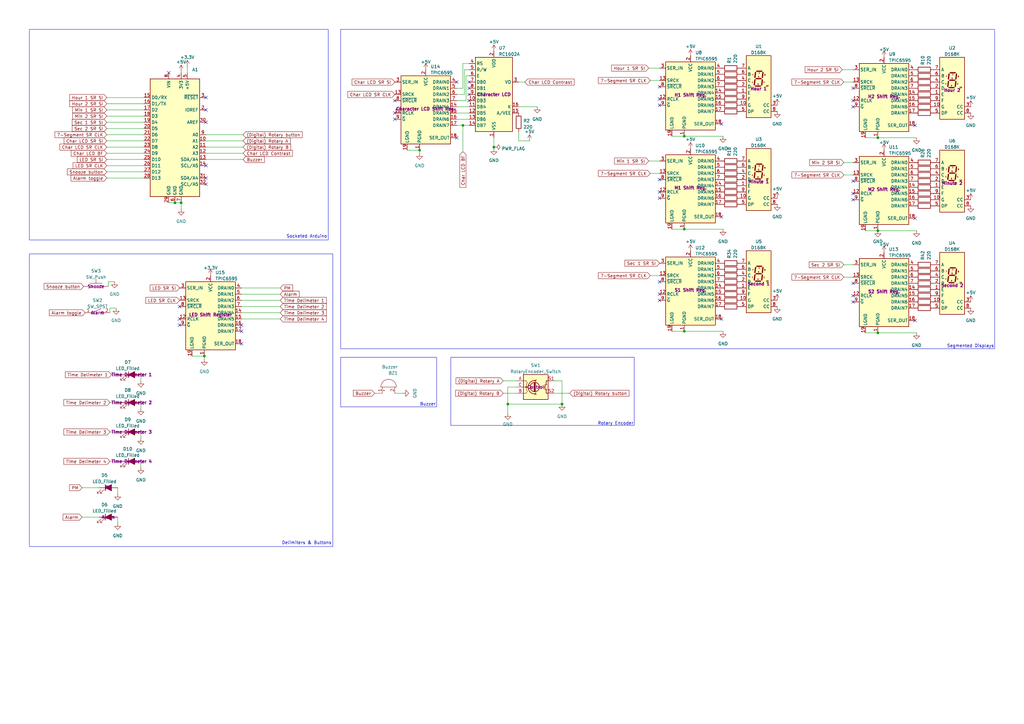
<source format=kicad_sch>
(kicad_sch (version 20230121) (generator eeschema)
  (paper "A3")
  (lib_symbols
    (symbol "Device:Buzzer" (pin_names (offset 0.0254) hide)
      (property "Reference" "BZ" (at 3.81 1.27 0))
      (property "Value" "Buzzer" (at 3.81 -1.27 0))
      (symbol "Buzzer_1_1"
        (pin passive line (at -2.54 2.54 0) (length 2.54) (name "-") (number "1"))
        (pin passive line (at -2.54 -2.54 0) (length 2.54) (name "+") (number "2"))
      )
    )
    (symbol "Device:LED_Filled" (pin_numbers hide) (pin_names (offset 1.016) hide)
      (property "Reference" "D" (at 0 2.54 0))
      (property "Value" "LED_Filled" (at 0 -2.54 0))
      (symbol "LED_Filled_1_1"
        (pin passive line (at -3.81 0 0) (length 2.54) (name "K") (number "1"))
        (pin passive line (at 3.81 0 180) (length 2.54) (name "A") (number "2"))
      )
    )
    (symbol "Device:R" (pin_numbers hide) (pin_names (offset 0))
      (property "Reference" "R" (at 2.032 0 90))
      (property "Value" "R" (at 0 0 90))
      (symbol "R_1_1"
        (pin passive line (at 0 3.81 270) (length 1.27) (name "~") (number "1"))
        (pin passive line (at 0 -3.81 90) (length 1.27) (name "~") (number "2"))
      )
    )
    (symbol "Device:RotaryEncoder_Switch" (pin_names (offset 0.254) hide)
      (property "Reference" "SW" (at 0 6.604 0))
      (property "Value" "RotaryEncoder_Switch" (at 0 -6.604 0))
      (symbol "RotaryEncoder_Switch_1_1"
        (pin passive line (at -7.62 2.54 0) (length 2.54) (name "A") (number "A"))
        (pin passive line (at -7.62 -2.54 0) (length 2.54) (name "B") (number "B"))
        (pin passive line (at -7.62 0 0) (length 2.54) (name "C") (number "C"))
        (pin passive line (at 7.62 2.54 180) (length 2.54) (name "S1") (number "S1"))
        (pin passive line (at 7.62 -2.54 180) (length 2.54) (name "S2") (number "S2"))
      )
    )
    (symbol "Display_Character:D168K"
      (property "Reference" "U" (at -2.54 13.97 0))
      (property "Value" "D168K" (at 1.27 13.97 0))
      (symbol "D168K_0_0"
        (text "A" (at 0.254 5.588 0) (effects (font (size 0.508 0.508))))
        (text "B" (at 2.54 4.826 0) (effects (font (size 0.508 0.508))))
        (text "C" (at 2.286 1.778 0) (effects (font (size 0.508 0.508))))
        (text "D" (at -0.254 1.016 0) (effects (font (size 0.508 0.508))))
        (text "DP" (at 3.556 0.254 0) (effects (font (size 0.508 0.508))))
        (text "E" (at -2.54 1.778 0) (effects (font (size 0.508 0.508))))
        (text "F" (at -2.286 4.826 0) (effects (font (size 0.508 0.508))))
        (text "G" (at 0 4.064 0) (effects (font (size 0.508 0.508))))
      )
      (symbol "D168K_1_1"
        (pin input line (at -7.62 -2.54 0) (length 2.54) (name "E") (number "1"))
        (pin input line (at -7.62 -7.62 0) (length 2.54) (name "G") (number "10"))
        (pin input line (at -7.62 0 0) (length 2.54) (name "D") (number "2"))
        (pin input line (at 7.62 -7.62 180) (length 2.54) (name "CC") (number "3"))
        (pin input line (at -7.62 2.54 0) (length 2.54) (name "C") (number "4"))
        (pin input line (at -7.62 -10.16 0) (length 2.54) (name "DP") (number "5"))
        (pin input line (at -7.62 5.08 0) (length 2.54) (name "B") (number "6"))
        (pin input line (at -7.62 7.62 0) (length 2.54) (name "A") (number "7"))
        (pin input line (at 7.62 -10.16 180) (length 2.54) (name "CC") (number "8"))
        (pin input line (at -7.62 -5.08 0) (length 2.54) (name "F") (number "9"))
      )
    )
    (symbol "Display_Character:RC1602A"
      (property "Reference" "U" (at -6.35 16.51 0))
      (property "Value" "RC1602A" (at 2.794 16.51 0))
      (symbol "RC1602A_1_1"
        (pin power_in line (at 0 -17.78 90) (length 2.54) (name "VSS") (number "1"))
        (pin bidirectional line (at -10.16 -2.54 0) (length 2.54) (name "DB3") (number "10"))
        (pin bidirectional line (at -10.16 -5.08 0) (length 2.54) (name "DB4") (number "11"))
        (pin bidirectional line (at -10.16 -7.62 0) (length 2.54) (name "DB5") (number "12"))
        (pin bidirectional line (at -10.16 -10.16 0) (length 2.54) (name "DB6") (number "13"))
        (pin bidirectional line (at -10.16 -12.7 0) (length 2.54) (name "DB7") (number "14"))
        (pin power_in line (at 10.16 -7.62 180) (length 2.54) (name "A/VEE") (number "15"))
        (pin power_in line (at 10.16 -5.08 180) (length 2.54) (name "K") (number "16"))
        (pin power_in line (at 0 17.78 270) (length 2.54) (name "VDD") (number "2"))
        (pin power_in line (at 10.16 5.08 180) (length 2.54) (name "VO") (number "3"))
        (pin input line (at -10.16 12.7 0) (length 2.54) (name "RS") (number "4"))
        (pin input line (at -10.16 10.16 0) (length 2.54) (name "R/W") (number "5"))
        (pin input line (at -10.16 7.62 0) (length 2.54) (name "E") (number "6"))
        (pin bidirectional line (at -10.16 5.08 0) (length 2.54) (name "DB0") (number "7"))
        (pin bidirectional line (at -10.16 2.54 0) (length 2.54) (name "DB1") (number "8"))
        (pin bidirectional line (at -10.16 0 0) (length 2.54) (name "DB2") (number "9"))
      )
    )
    (symbol "Interface_Expansion:TPIC6595" (pin_names (offset 0.381))
      (property "Reference" "U" (at -8.89 13.97 0))
      (property "Value" "TPIC6595" (at 6.35 13.97 0))
      (symbol "TPIC6595_1_1"
        (pin power_in line (at -2.54 -17.78 90) (length 2.54) (name "PGND") (number "1"))
        (pin passive line (at -2.54 -17.78 90) (length 2.54) hide (name "PGND") (number "10"))
        (pin passive line (at -2.54 -17.78 90) (length 2.54) hide (name "PGND") (number "11"))
        (pin input line (at -12.7 -2.54 0) (length 2.54) (name "RCLK") (number "12"))
        (pin input line (at -12.7 5.08 0) (length 2.54) (name "SRCK") (number "13"))
        (pin open_collector line (at 12.7 0 180) (length 2.54) (name "DRAIN4") (number "14"))
        (pin open_collector line (at 12.7 -2.54 180) (length 2.54) (name "DRAIN5") (number "15"))
        (pin open_collector line (at 12.7 -5.08 180) (length 2.54) (name "DRAIN6") (number "16"))
        (pin open_collector line (at 12.7 -7.62 180) (length 2.54) (name "DRAIN7") (number "17"))
        (pin output line (at 12.7 -12.7 180) (length 2.54) (name "SER_OUT") (number "18"))
        (pin power_in line (at -7.62 -17.78 90) (length 2.54) (name "LGND") (number "19"))
        (pin power_in line (at 0 15.24 270) (length 2.54) (name "VCC") (number "2"))
        (pin passive line (at -2.54 -17.78 90) (length 2.54) hide (name "PGND") (number "20"))
        (pin input line (at -12.7 10.16 0) (length 2.54) (name "SER_IN") (number "3"))
        (pin open_collector line (at 12.7 10.16 180) (length 2.54) (name "DRAIN0") (number "4"))
        (pin open_collector line (at 12.7 7.62 180) (length 2.54) (name "DRAIN1") (number "5"))
        (pin open_collector line (at 12.7 5.08 180) (length 2.54) (name "DRAIN2") (number "6"))
        (pin open_collector line (at 12.7 2.54 180) (length 2.54) (name "DRAIN3") (number "7"))
        (pin input line (at -12.7 2.54 0) (length 2.54) (name "~{SRCLR}") (number "8"))
        (pin input line (at -12.7 -5.08 0) (length 2.54) (name "~{G}") (number "9"))
      )
    )
    (symbol "MCU_Module:Arduino_UNO_R3"
      (property "Reference" "A" (at -10.16 23.495 0))
      (property "Value" "Arduino_UNO_R3" (at 5.08 -26.67 0))
      (symbol "Arduino_UNO_R3_1_1"
        (pin no_connect line (at -10.16 -20.32 0) (length 2.54) hide (name "NC") (number "1"))
        (pin bidirectional line (at 12.7 -2.54 180) (length 2.54) (name "A1") (number "10"))
        (pin bidirectional line (at 12.7 -5.08 180) (length 2.54) (name "A2") (number "11"))
        (pin bidirectional line (at 12.7 -7.62 180) (length 2.54) (name "A3") (number "12"))
        (pin bidirectional line (at 12.7 -10.16 180) (length 2.54) (name "SDA/A4") (number "13"))
        (pin bidirectional line (at 12.7 -12.7 180) (length 2.54) (name "SCL/A5") (number "14"))
        (pin bidirectional line (at -12.7 15.24 0) (length 2.54) (name "D0/RX") (number "15"))
        (pin bidirectional line (at -12.7 12.7 0) (length 2.54) (name "D1/TX") (number "16"))
        (pin bidirectional line (at -12.7 10.16 0) (length 2.54) (name "D2") (number "17"))
        (pin bidirectional line (at -12.7 7.62 0) (length 2.54) (name "D3") (number "18"))
        (pin bidirectional line (at -12.7 5.08 0) (length 2.54) (name "D4") (number "19"))
        (pin output line (at 12.7 10.16 180) (length 2.54) (name "IOREF") (number "2"))
        (pin bidirectional line (at -12.7 2.54 0) (length 2.54) (name "D5") (number "20"))
        (pin bidirectional line (at -12.7 0 0) (length 2.54) (name "D6") (number "21"))
        (pin bidirectional line (at -12.7 -2.54 0) (length 2.54) (name "D7") (number "22"))
        (pin bidirectional line (at -12.7 -5.08 0) (length 2.54) (name "D8") (number "23"))
        (pin bidirectional line (at -12.7 -7.62 0) (length 2.54) (name "D9") (number "24"))
        (pin bidirectional line (at -12.7 -10.16 0) (length 2.54) (name "D10") (number "25"))
        (pin bidirectional line (at -12.7 -12.7 0) (length 2.54) (name "D11") (number "26"))
        (pin bidirectional line (at -12.7 -15.24 0) (length 2.54) (name "D12") (number "27"))
        (pin bidirectional line (at -12.7 -17.78 0) (length 2.54) (name "D13") (number "28"))
        (pin power_in line (at -2.54 -27.94 90) (length 2.54) (name "GND") (number "29"))
        (pin input line (at 12.7 15.24 180) (length 2.54) (name "~{RESET}") (number "3"))
        (pin input line (at 12.7 5.08 180) (length 2.54) (name "AREF") (number "30"))
        (pin bidirectional line (at 12.7 -17.78 180) (length 2.54) (name "SDA/A4") (number "31"))
        (pin bidirectional line (at 12.7 -20.32 180) (length 2.54) (name "SCL/A5") (number "32"))
        (pin power_out line (at 2.54 25.4 270) (length 2.54) (name "3V3") (number "4"))
        (pin power_out line (at 5.08 25.4 270) (length 2.54) (name "+5V") (number "5"))
        (pin power_in line (at 0 -27.94 90) (length 2.54) (name "GND") (number "6"))
        (pin power_in line (at 2.54 -27.94 90) (length 2.54) (name "GND") (number "7"))
        (pin power_in line (at -2.54 25.4 270) (length 2.54) (name "VIN") (number "8"))
        (pin bidirectional line (at 12.7 0 180) (length 2.54) (name "A0") (number "9"))
      )
    )
    (symbol "Switch:SW_Push" (pin_numbers hide) (pin_names (offset 1.016) hide)
      (property "Reference" "SW" (at 1.27 2.54 0))
      (property "Value" "SW_Push" (at 0 -1.524 0))
      (symbol "SW_Push_0_1"
        (pin passive line (at -5.08 0 0) (length 2.54) (name "1") (number "1"))
        (pin passive line (at 5.08 0 180) (length 2.54) (name "2") (number "2"))
      )
    )
    (symbol "Switch:SW_SPST" (pin_names (offset 0) hide)
      (property "Reference" "SW" (at 0 3.175 0))
      (property "Value" "SW_SPST" (at 0 -2.54 0))
      (symbol "SW_SPST_1_1"
        (pin passive line (at -5.08 0 0) (length 2.54) (name "A") (number "1"))
        (pin passive line (at 5.08 0 180) (length 2.54) (name "B") (number "2"))
      )
    )
    (symbol "power:+3.3V" (power) (pin_names (offset 0))
      (property "Value" "+3.3V" (at 0 3.556 0))
      (symbol "+3.3V_1_1"
        (pin power_in line (at 0 0 90) (length 0) hide (name "+3.3V") (number "1"))
      )
    )
    (symbol "power:+5V" (power) (pin_names (offset 0))
      (property "Value" "+5V" (at 0 3.556 0))
      (symbol "+5V_1_1"
        (pin power_in line (at 0 0 90) (length 0) hide (name "+5V") (number "1"))
      )
    )
    (symbol "power:GND" (power) (pin_names (offset 0))
      (property "Value" "GND" (at 0 -3.81 0))
      (symbol "GND_1_1"
        (pin power_in line (at 0 0 270) (length 0) hide (name "GND") (number "1"))
      )
    )
    (symbol "power:PWR_FLAG" (power) (pin_numbers hide) (pin_names (offset 0) hide)
      (property "Value" "PWR_FLAG" (at 0 3.81 0))
      (symbol "PWR_FLAG_0_0"
        (pin power_out line (at 0 0 90) (length 0) (name "pwr") (number "1"))
      )
    )
  )
  (junction (at 360.045 94.615))
  (junction (at 189.865 51.435))
  (junction (at 280.67 55.88))
  (junction (at 360.045 136.525))
  (junction (at 208.28 165.735))
  (junction (at 280.67 93.98))
  (junction (at 172.085 61.595))
  (junction (at 83.82 146.05))
  (junction (at 280.67 135.89))
  (junction (at 71.755 83.185))
  (junction (at 202.565 60.325))
  (junction (at 230.505 165.735))
  (junction (at 360.045 56.515))
  (junction (at 74.295 83.185))
  (no_connect (at 349.885 43.815))
  (no_connect (at 187.325 33.655))
  (no_connect (at 349.885 74.295))
  (no_connect (at 270.51 115.57))
  (no_connect (at 349.885 121.285))
  (no_connect (at 270.51 81.28))
  (no_connect (at 99.06 135.89))
  (no_connect (at 192.405 38.735))
  (no_connect (at 187.325 56.515))
  (no_connect (at 192.405 33.655))
  (no_connect (at 192.405 41.275))
  (no_connect (at 161.925 46.355))
  (no_connect (at 270.51 120.65))
  (no_connect (at 270.51 40.64))
  (no_connect (at 375.285 131.445))
  (no_connect (at 73.66 130.81))
  (no_connect (at 84.455 50.165))
  (no_connect (at 270.51 35.56))
  (no_connect (at 84.455 73.025))
  (no_connect (at 349.885 41.275))
  (no_connect (at 375.285 51.435))
  (no_connect (at 349.885 116.205))
  (no_connect (at 84.455 45.085))
  (no_connect (at 270.51 43.18))
  (no_connect (at 270.51 78.74))
  (no_connect (at 84.455 75.565))
  (no_connect (at 349.885 79.375))
  (no_connect (at 349.885 36.195))
  (no_connect (at 161.925 48.895))
  (no_connect (at 84.455 67.945))
  (no_connect (at 69.215 29.845))
  (no_connect (at 99.06 133.35))
  (no_connect (at 161.925 41.275))
  (no_connect (at 73.66 125.73))
  (no_connect (at 295.91 88.9))
  (no_connect (at 73.66 133.35))
  (no_connect (at 84.455 40.005))
  (no_connect (at 270.51 123.19))
  (no_connect (at 295.91 50.8))
  (no_connect (at 295.91 130.81))
  (no_connect (at 99.06 140.97))
  (no_connect (at 192.405 36.195))
  (no_connect (at 349.885 81.915))
  (no_connect (at 375.285 89.535))
  (no_connect (at 270.51 73.66))
  (no_connect (at 349.885 123.825))
  (wire (pts (xy 74.295 85.725) (xy 74.295 83.185)))
  (wire (pts (xy 208.28 158.75) (xy 208.28 165.735)))
  (wire (pts (xy 48.26 202.565) (xy 48.26 200.025)))
  (wire (pts (xy 233.68 161.29) (xy 227.33 161.29)))
  (wire (pts (xy 189.865 26.035) (xy 192.405 26.035)))
  (wire (pts (xy 45.085 126.365) (xy 45.085 128.27)))
  (wire (pts (xy 84.455 62.865) (xy 99.695 62.865)))
  (wire (pts (xy 266.065 66.04) (xy 270.51 66.04)))
  (wire (pts (xy 45.085 189.23) (xy 50.165 189.23)))
  (wire (pts (xy 45.72 153.67) (xy 50.165 153.67)))
  (wire (pts (xy 43.815 50.165) (xy 59.055 50.165)))
  (wire (pts (xy 187.325 43.815) (xy 192.405 43.815)))
  (wire (pts (xy 275.59 93.98) (xy 280.67 93.98)))
  (wire (pts (xy 172.085 61.595) (xy 172.085 62.865)))
  (wire (pts (xy 192.405 51.435) (xy 189.865 51.435)))
  (wire (pts (xy 74.295 29.21) (xy 74.295 29.845)))
  (wire (pts (xy 208.28 165.735) (xy 230.505 165.735)))
  (wire (pts (xy 230.505 165.735) (xy 230.505 156.21)))
  (wire (pts (xy 187.325 36.195) (xy 189.865 36.195)))
  (wire (pts (xy 212.725 33.655) (xy 215.265 33.655)))
  (wire (pts (xy 84.455 57.785) (xy 99.695 57.785)))
  (wire (pts (xy 167.005 61.595) (xy 172.085 61.595)))
  (wire (pts (xy 57.785 191.77) (xy 57.785 189.23)))
  (wire (pts (xy 187.325 48.895) (xy 192.405 48.895)))
  (wire (pts (xy 43.815 45.085) (xy 59.055 45.085)))
  (wire (pts (xy 43.815 52.705) (xy 59.055 52.705)))
  (wire (pts (xy 346.075 108.585) (xy 349.885 108.585)))
  (wire (pts (xy 217.17 57.785) (xy 212.725 57.785)))
  (wire (pts (xy 266.7 71.12) (xy 270.51 71.12)))
  (wire (pts (xy 212.725 43.815) (xy 220.345 43.815)))
  (wire (pts (xy 202.565 60.96) (xy 202.565 60.325)))
  (wire (pts (xy 45.085 165.1) (xy 50.165 165.1)))
  (wire (pts (xy 45.085 126.365) (xy 47.625 126.365)))
  (wire (pts (xy 33.655 200.025) (xy 40.64 200.025)))
  (wire (pts (xy 69.215 83.185) (xy 71.755 83.185)))
  (wire (pts (xy 208.28 165.735) (xy 208.28 169.545)))
  (wire (pts (xy 280.67 135.89) (xy 296.545 135.89)))
  (wire (pts (xy 44.45 115.57) (xy 46.99 115.57)))
  (wire (pts (xy 43.815 40.005) (xy 59.055 40.005)))
  (wire (pts (xy 266.7 33.02) (xy 270.51 33.02)))
  (wire (pts (xy 71.755 83.185) (xy 74.295 83.185)))
  (wire (pts (xy 43.815 57.785) (xy 59.055 57.785)))
  (wire (pts (xy 76.835 27.305) (xy 76.835 29.845)))
  (wire (pts (xy 99.06 120.65) (xy 114.935 120.65)))
  (wire (pts (xy 84.455 60.325) (xy 99.695 60.325)))
  (wire (pts (xy 345.44 28.575) (xy 349.885 28.575)))
  (wire (pts (xy 99.06 123.19) (xy 114.935 123.19)))
  (wire (pts (xy 84.455 55.245) (xy 99.695 55.245)))
  (wire (pts (xy 84.455 65.405) (xy 99.695 65.405)))
  (wire (pts (xy 266.7 113.03) (xy 270.51 113.03)))
  (wire (pts (xy 45.085 177.165) (xy 50.165 177.165)))
  (wire (pts (xy 165.1 161.29) (xy 161.925 161.29)))
  (wire (pts (xy 346.075 113.665) (xy 349.885 113.665)))
  (wire (pts (xy 189.865 36.195) (xy 189.865 26.035)))
  (wire (pts (xy 44.45 115.57) (xy 44.45 117.475)))
  (wire (pts (xy 189.865 51.435) (xy 187.325 51.435)))
  (wire (pts (xy 187.325 46.355) (xy 192.405 46.355)))
  (wire (pts (xy 43.815 42.545) (xy 59.055 42.545)))
  (wire (pts (xy 99.06 125.73) (xy 114.935 125.73)))
  (wire (pts (xy 360.045 136.525) (xy 375.92 136.525)))
  (wire (pts (xy 43.815 47.625) (xy 59.055 47.625)))
  (wire (pts (xy 346.075 66.675) (xy 349.885 66.675)))
  (wire (pts (xy 83.82 146.05) (xy 83.82 147.32)))
  (wire (pts (xy 360.045 94.615) (xy 375.92 94.615)))
  (wire (pts (xy 202.565 60.325) (xy 202.565 56.515)))
  (wire (pts (xy 275.59 135.89) (xy 280.67 135.89)))
  (wire (pts (xy 153.67 161.29) (xy 156.845 161.29)))
  (wire (pts (xy 206.375 161.29) (xy 212.09 161.29)))
  (wire (pts (xy 187.325 38.735) (xy 190.5 38.735)))
  (wire (pts (xy 99.06 118.11) (xy 114.935 118.11)))
  (wire (pts (xy 280.67 55.88) (xy 296.545 55.88)))
  (wire (pts (xy 43.815 73.025) (xy 59.055 73.025)))
  (wire (pts (xy 230.505 156.21) (xy 227.33 156.21)))
  (wire (pts (xy 212.725 53.975) (xy 212.725 57.785)))
  (wire (pts (xy 191.135 31.115) (xy 192.405 31.115)))
  (wire (pts (xy 189.865 62.23) (xy 189.865 51.435)))
  (wire (pts (xy 57.785 179.705) (xy 57.785 177.165)))
  (wire (pts (xy 43.815 67.945) (xy 59.055 67.945)))
  (wire (pts (xy 208.28 158.75) (xy 212.09 158.75)))
  (wire (pts (xy 191.135 41.275) (xy 191.135 31.115)))
  (wire (pts (xy 280.67 93.98) (xy 296.545 93.98)))
  (wire (pts (xy 43.815 65.405) (xy 59.055 65.405)))
  (wire (pts (xy 57.785 167.64) (xy 57.785 165.1)))
  (wire (pts (xy 99.06 130.81) (xy 114.935 130.81)))
  (wire (pts (xy 48.26 214.63) (xy 48.26 212.09)))
  (wire (pts (xy 354.965 56.515) (xy 360.045 56.515)))
  (wire (pts (xy 346.075 71.755) (xy 349.885 71.755)))
  (wire (pts (xy 346.075 33.655) (xy 349.885 33.655)))
  (wire (pts (xy 99.06 128.27) (xy 114.935 128.27)))
  (wire (pts (xy 78.74 146.05) (xy 83.82 146.05)))
  (wire (pts (xy 33.655 212.09) (xy 40.64 212.09)))
  (wire (pts (xy 354.965 136.525) (xy 360.045 136.525)))
  (wire (pts (xy 360.045 56.515) (xy 375.92 56.515)))
  (wire (pts (xy 206.375 156.21) (xy 212.09 156.21)))
  (wire (pts (xy 354.965 94.615) (xy 360.045 94.615)))
  (wire (pts (xy 187.325 41.275) (xy 191.135 41.275)))
  (wire (pts (xy 57.785 156.21) (xy 57.785 153.67)))
  (wire (pts (xy 190.5 38.735) (xy 190.5 28.575)))
  (wire (pts (xy 43.815 60.325) (xy 59.055 60.325)))
  (wire (pts (xy 275.59 55.88) (xy 280.67 55.88)))
  (wire (pts (xy 43.815 70.485) (xy 59.055 70.485)))
  (wire (pts (xy 43.815 62.865) (xy 59.055 62.865)))
  (wire (pts (xy 190.5 28.575) (xy 192.405 28.575)))
  (wire (pts (xy 266.065 27.94) (xy 270.51 27.94)))
  (wire (pts (xy 43.815 55.245) (xy 59.055 55.245)))
  (rectangle (start 12.065 12.065) (end 134.62 98.425))
  (rectangle (start 139.7 12.065) (end 407.924 143.002))
  (rectangle (start 139.7 146.558) (end 179.07 166.878))
  (rectangle (start 184.912 146.558) (end 260.096 174.498))
  (rectangle (start 12.065 104.14) (end 136.525 224.155))
  (text "Socketed Arduino" (at 117.475 97.79 0) (effects (font (size 1.27 1.27)) (justify left bottom)))
  (text "Buzzer" (at 172.212 166.624 0) (effects (font (size 1.27 1.27)) (justify left bottom)))
  (text "Segmented Displays" (at 388.366 142.748 0) (effects (font (size 1.27 1.27)) (justify left bottom)))
  (text "Rotary Encoder" (at 245.11 174.498 0) (effects (font (size 1.27 1.27)) (justify left bottom)))
  (text "Delimiters & Buttons" (at 115.57 223.52 0) (effects (font (size 1.27 1.27)) (justify left bottom)))
  (global_label "(Digital) Rotary B" (shape input) (at 99.695 60.325 0) (property "Intersheetrefs" "${INTERSHEET_REFS}" (effects hide)))
  (global_label "Sec 1 SR SI" (shape input) (at 43.815 50.165 180) (property "Intersheetrefs" "${INTERSHEET_REFS}" (effects hide)))
  (global_label "7-Segment SR CLK" (shape input) (at 266.7 71.12 180) (property "Intersheetrefs" "${INTERSHEET_REFS}" (effects hide)))
  (global_label "Min 2 SR SI" (shape input) (at 43.815 47.625 180) (property "Intersheetrefs" "${INTERSHEET_REFS}" (effects hide)))
  (global_label "Alarm" (shape input) (at 33.655 212.09 180) (property "Intersheetrefs" "${INTERSHEET_REFS}" (effects hide)))
  (global_label "7-Segment SR CLK" (shape input) (at 346.075 33.655 180) (property "Intersheetrefs" "${INTERSHEET_REFS}" (effects hide)))
  (global_label "Min 1 SR SI" (shape input) (at 43.815 45.085 180) (property "Intersheetrefs" "${INTERSHEET_REFS}" (effects hide)))
  (global_label "(Digital) Rotary A" (shape input) (at 99.695 57.785 0) (property "Intersheetrefs" "${INTERSHEET_REFS}" (effects hide)))
  (global_label "7-Segment SR CLK" (shape input) (at 266.7 113.03 180) (property "Intersheetrefs" "${INTERSHEET_REFS}" (effects hide)))
  (global_label "Min 1 SR SI" (shape input) (at 266.065 66.04 180) (property "Intersheetrefs" "${INTERSHEET_REFS}" (effects hide)))
  (global_label "Char LCD BF" (shape input) (at 43.815 62.865 180) (property "Intersheetrefs" "${INTERSHEET_REFS}" (effects hide)))
  (global_label "LED SR SI" (shape input) (at 43.815 65.405 180) (property "Intersheetrefs" "${INTERSHEET_REFS}" (effects hide)))
  (global_label "Char LCD SR SI" (shape input) (at 43.815 57.785 180) (property "Intersheetrefs" "${INTERSHEET_REFS}" (effects hide)))
  (global_label "LED SR CLK" (shape input) (at 43.815 67.945 180) (property "Intersheetrefs" "${INTERSHEET_REFS}" (effects hide)))
  (global_label "Char LCD SR CLK" (shape input) (at 161.925 38.735 180) (property "Intersheetrefs" "${INTERSHEET_REFS}" (effects hide)))
  (global_label "7-Segment SR CLK" (shape input) (at 346.075 113.665 180) (property "Intersheetrefs" "${INTERSHEET_REFS}" (effects hide)))
  (global_label "PM" (shape input) (at 114.935 118.11 0) (property "Intersheetrefs" "${INTERSHEET_REFS}" (effects hide)))
  (global_label "Hour 1 SR SI" (shape input) (at 43.815 40.005 180) (property "Intersheetrefs" "${INTERSHEET_REFS}" (effects hide)))
  (global_label "(Digital) Rotary A" (shape input) (at 206.375 156.21 180) (property "Intersheetrefs" "${INTERSHEET_REFS}" (effects hide)))
  (global_label "7-Segment SR CLK" (shape input) (at 43.815 55.245 180) (property "Intersheetrefs" "${INTERSHEET_REFS}" (effects hide)))
  (global_label "Hour 1 SR SI" (shape input) (at 266.065 27.94 180) (property "Intersheetrefs" "${INTERSHEET_REFS}" (effects hide)))
  (global_label "LED SR SI" (shape input) (at 73.66 118.11 180) (property "Intersheetrefs" "${INTERSHEET_REFS}" (effects hide)))
  (global_label "Time Delimeter 2" (shape input) (at 114.935 125.73 0) (property "Intersheetrefs" "${INTERSHEET_REFS}" (effects hide)))
  (global_label "Hour 2 SR SI" (shape input) (at 43.815 42.545 180) (property "Intersheetrefs" "${INTERSHEET_REFS}" (effects hide)))
  (global_label "Alarm toggle" (shape input) (at 34.925 128.27 180) (property "Intersheetrefs" "${INTERSHEET_REFS}" (effects hide)))
  (global_label "Sec 1 SR SI" (shape input) (at 270.51 107.95 180) (property "Intersheetrefs" "${INTERSHEET_REFS}" (effects hide)))
  (global_label "PM" (shape input) (at 33.655 200.025 180) (property "Intersheetrefs" "${INTERSHEET_REFS}" (effects hide)))
  (global_label "Time Delimeter 2" (shape input) (at 45.085 165.1 180) (property "Intersheetrefs" "${INTERSHEET_REFS}" (effects hide)))
  (global_label "(Digital) Rotary B" (shape input) (at 206.375 161.29 180) (property "Intersheetrefs" "${INTERSHEET_REFS}" (effects hide)))
  (global_label "Char LCD Contrast" (shape input) (at 215.265 33.655 0) (property "Intersheetrefs" "${INTERSHEET_REFS}" (effects hide)))
  (global_label "(Digital) Rotary button" (shape input) (at 233.68 161.29 0) (property "Intersheetrefs" "${INTERSHEET_REFS}" (effects hide)))
  (global_label "Alarm" (shape input) (at 114.935 120.65 0) (property "Intersheetrefs" "${INTERSHEET_REFS}" (effects hide)))
  (global_label "Buzzer" (shape input) (at 153.67 161.29 180) (property "Intersheetrefs" "${INTERSHEET_REFS}" (effects hide)))
  (global_label "Time Delimeter 3" (shape input) (at 45.085 177.165 180) (property "Intersheetrefs" "${INTERSHEET_REFS}" (effects hide)))
  (global_label "Char LCD Contrast" (shape input) (at 99.695 62.865 0) (property "Intersheetrefs" "${INTERSHEET_REFS}" (effects hide)))
  (global_label "Char LCD SR SI" (shape input) (at 161.925 33.655 180) (property "Intersheetrefs" "${INTERSHEET_REFS}" (effects hide)))
  (global_label "Buzzer" (shape input) (at 99.695 65.405 0) (property "Intersheetrefs" "${INTERSHEET_REFS}" (effects hide)))
  (global_label "Snooze button" (shape input) (at 43.815 70.485 180) (property "Intersheetrefs" "${INTERSHEET_REFS}" (effects hide)))
  (global_label "Snooze button" (shape input) (at 34.29 117.475 180) (property "Intersheetrefs" "${INTERSHEET_REFS}" (effects hide)))
  (global_label "Time Delimeter 1" (shape input) (at 45.72 153.67 180) (property "Intersheetrefs" "${INTERSHEET_REFS}" (effects hide)))
  (global_label "Sec 2 SR SI" (shape input) (at 43.815 52.705 180) (property "Intersheetrefs" "${INTERSHEET_REFS}" (effects hide)))
  (global_label "Time Delimeter 4" (shape input) (at 114.935 130.81 0) (property "Intersheetrefs" "${INTERSHEET_REFS}" (effects hide)))
  (global_label "LED SR CLK" (shape input) (at 73.66 123.19 180) (property "Intersheetrefs" "${INTERSHEET_REFS}" (effects hide)))
  (global_label "Time Delimeter 3" (shape input) (at 114.935 128.27 0) (property "Intersheetrefs" "${INTERSHEET_REFS}" (effects hide)))
  (global_label "Hour 2 SR SI" (shape input) (at 345.44 28.575 180) (property "Intersheetrefs" "${INTERSHEET_REFS}" (effects hide)))
  (global_label "(Digital) Rotary button" (shape input) (at 99.695 55.245 0) (property "Intersheetrefs" "${INTERSHEET_REFS}" (effects hide)))
  (global_label "Min 2 SR SI" (shape input) (at 346.075 66.675 180) (property "Intersheetrefs" "${INTERSHEET_REFS}" (effects hide)))
  (global_label "Char LCD SR CLK" (shape input) (at 43.815 60.325 180) (property "Intersheetrefs" "${INTERSHEET_REFS}" (effects hide)))
  (global_label "7-Segment SR CLK" (shape input) (at 266.7 33.02 180) (property "Intersheetrefs" "${INTERSHEET_REFS}" (effects hide)))
  (global_label "Char LCD BF" (shape input) (at 189.865 62.23 270) (property "Intersheetrefs" "${INTERSHEET_REFS}" (effects hide)))
  (global_label "7-Segment SR CLK" (shape input) (at 346.075 71.755 180) (property "Intersheetrefs" "${INTERSHEET_REFS}" (effects hide)))
  (global_label "Alarm toggle" (shape input) (at 43.815 73.025 180) (property "Intersheetrefs" "${INTERSHEET_REFS}" (effects hide)))
  (global_label "Sec 2 SR SI" (shape input) (at 346.075 108.585 180) (property "Intersheetrefs" "${INTERSHEET_REFS}" (effects hide)))
  (global_label "Time Delimeter 4" (shape input) (at 45.085 189.23 180) (property "Intersheetrefs" "${INTERSHEET_REFS}" (effects hide)))
  (global_label "Time Delimeter 1" (shape input) (at 114.935 123.19 0) (property "Intersheetrefs" "${INTERSHEET_REFS}" (effects hide)))
  (symbol (lib_id "Device:RotaryEncoder_Switch") (at 219.71 158.75 0) (unit 1)
    (property "Reference" "SW1" (at 219.71 149.86 0))
    (property "Value" "RotaryEncoder_Switch" (at 219.71 152.4 0))
    (property "Footprint" "Rotary_Encoder:RotaryEncoder_Alps_EC11E-Switch_Vertical_H20mm" (effects hide))
    (property "Name" "Control" (at 219.71 158.75 0) (effects (font bold)))
  )
  (symbol (lib_id "power:+3.3V") (at 86.36 113.03 0) (unit 1)
    (property "Reference" "#PWR08" (effects hide))
    (property "Value" "+3.3V" (at 86.36 109.855 0))
  )
  (symbol (lib_id "Device:R") (at 379.095 123.825 90) (unit 1)
    (property "Reference" "R48" (effects hide))
    (property "Value" "220" (effects hide))
    (property "Footprint" "Resistor_SMD:R_0402_1005Metric" (effects hide))
  )
  (symbol (lib_id "Device:R") (at 299.72 68.58 90) (unit 1)
    (property "Reference" "R19" (effects hide))
    (property "Value" "220" (effects hide))
    (property "Footprint" "Resistor_SMD:R_0402_1005Metric" (effects hide))
  )
  (symbol (lib_id "power:GND") (at 375.92 136.525 0) (unit 1)
    (property "Reference" "#PWR027" (effects hide))
    (property "Value" "GND" (at 375.92 141.605 0))
  )
  (symbol (lib_id "Device:R") (at 299.72 113.03 90) (unit 1)
    (property "Reference" "R36" (effects hide))
    (property "Value" "220" (effects hide))
    (property "Footprint" "Resistor_SMD:R_0402_1005Metric" (effects hide))
  )
  (symbol (lib_id "Interface_Expansion:TPIC6595") (at 86.36 128.27 0) (unit 1)
    (property "Reference" "U15" (at 88.3159 111.76 0) (effects (justify left)))
    (property "Value" "TPIC6595" (at 88.3159 114.3 0) (effects (justify left)))
    (property "Footprint" "Package_DIP:DIP-20_W7.62mm_Socket" (effects hide))
    (property "Datasheet" "http://www.ti.com/lit/ds/symlink/tpic6595.pdf" (effects hide))
    (property "Name" "LED Shift Register" (at 86.36 128.27 0) (effects (font bold) (justify top)))
  )
  (symbol (lib_id "Device:R") (at 299.72 76.2 90) (unit 1)
    (property "Reference" "R22" (effects hide))
    (property "Value" "220" (effects hide))
    (property "Footprint" "Resistor_SMD:R_0402_1005Metric" (effects hide))
  )
  (symbol (lib_id "Device:LED_Filled") (at 53.975 177.165 0) (unit 1)
    (property "Reference" "D9" (at 52.3875 172.085 0))
    (property "Value" "LED_Filled" (at 52.3875 174.625 0))
    (property "Footprint" "LED_THT:LED_D5.0mm" (effects hide))
    (property "Name" "Time Delimeter 3" (at 53.975 177.165 0) (effects (font bold)))
  )
  (symbol (lib_id "Device:R") (at 299.72 120.65 90) (unit 1)
    (property "Reference" "R39" (effects hide))
    (property "Value" "220" (effects hide))
    (property "Footprint" "Resistor_SMD:R_0402_1005Metric" (effects hide))
  )
  (symbol (lib_id "power:PWR_FLAG") (at 202.565 60.325 270) (unit 1)
    (property "Reference" "#FLG06" (effects hide))
    (property "Value" "PWR_FLAG" (at 205.74 60.96 90) (effects (justify left)))
  )
  (symbol (lib_id "Device:R") (at 212.725 50.165 180) (unit 1)
    (property "Reference" "R2" (at 214.63 49.53 0) (effects (justify right)))
    (property "Value" "220" (at 214.63 52.07 0) (effects (justify right)))
    (property "Footprint" "Resistor_SMD:R_0402_1005Metric" (effects hide))
  )
  (symbol (lib_id "Device:R") (at 299.72 118.11 90) (unit 1)
    (property "Reference" "R38" (effects hide))
    (property "Value" "220" (effects hide))
    (property "Footprint" "Resistor_SMD:R_0402_1005Metric" (effects hide))
  )
  (symbol (lib_id "Device:LED_Filled") (at 53.975 189.23 0) (unit 1)
    (property "Reference" "D10" (at 52.3875 184.15 0))
    (property "Value" "LED_Filled" (at 52.3875 186.69 0))
    (property "Footprint" "LED_THT:LED_D5.0mm" (effects hide))
    (property "Name" "Time Delimeter 4" (at 53.975 189.23 0) (effects (font bold)))
  )
  (symbol (lib_id "power:GND") (at 296.545 55.88 0) (unit 1)
    (property "Reference" "#PWR022" (effects hide))
    (property "Value" "GND" (at 296.545 60.96 0))
  )
  (symbol (lib_id "power:GND") (at 57.785 156.21 0) (unit 1)
    (property "Reference" "#PWR011" (effects hide))
    (property "Value" "GND" (at 57.785 161.29 0))
  )
  (symbol (lib_id "Device:R") (at 379.095 116.205 90) (unit 1)
    (property "Reference" "R45" (effects hide))
    (property "Value" "220" (effects hide))
    (property "Footprint" "Resistor_SMD:R_0402_1005Metric" (effects hide))
  )
  (symbol (lib_id "Device:R") (at 299.72 125.73 90) (unit 1)
    (property "Reference" "R41" (effects hide))
    (property "Value" "220" (effects hide))
    (property "Footprint" "Resistor_SMD:R_0402_1005Metric" (effects hide))
  )
  (symbol (lib_id "Device:LED_Filled") (at 53.975 165.1 0) (unit 1)
    (property "Reference" "D8" (at 52.3875 160.02 0))
    (property "Value" "LED_Filled" (at 52.3875 162.56 0))
    (property "Footprint" "LED_THT:LED_D5.0mm" (effects hide))
    (property "Name" "Time Delimeter 2" (at 53.975 165.1 0) (effects (font bold)))
  )
  (symbol (lib_id "power:GND") (at 398.145 126.365 0) (unit 1)
    (property "Reference" "#PWR037" (effects hide))
    (property "Value" "GND" (at 398.145 131.445 0))
  )
  (symbol (lib_id "power:+5V") (at 283.21 60.96 0) (unit 1)
    (property "Reference" "#PWR041" (effects hide))
    (property "Value" "+5V" (at 283.21 57.15 0))
  )
  (symbol (lib_id "Interface_Expansion:TPIC6595") (at 174.625 43.815 0) (unit 1)
    (property "Reference" "U14" (at 176.5809 27.305 0) (effects (justify left)))
    (property "Value" "TPIC6595" (at 176.5809 29.845 0) (effects (justify left)))
    (property "Footprint" "Package_DIP:DIP-20_W7.62mm_Socket" (effects hide))
    (property "Datasheet" "http://www.ti.com/lit/ds/symlink/tpic6595.pdf" (effects hide))
    (property "Name" "Character LCD Shift Reg." (at 174.625 43.815 0) (effects (font bold) (justify top)))
  )
  (symbol (lib_id "power:GND") (at 220.345 43.815 0) (mirror y) (unit 1)
    (property "Reference" "#PWR021" (effects hide))
    (property "Value" "GND" (at 220.345 48.895 0))
  )
  (symbol (lib_id "Device:R") (at 299.72 35.56 90) (unit 1)
    (property "Reference" "R5" (effects hide))
    (property "Value" "220" (effects hide))
    (property "Footprint" "Resistor_SMD:R_0402_1005Metric" (effects hide))
  )
  (symbol (lib_id "Device:R") (at 299.72 110.49 90) (unit 1)
    (property "Reference" "R35" (effects hide))
    (property "Value" "220" (effects hide))
    (property "Footprint" "Resistor_SMD:R_0402_1005Metric" (effects hide))
  )
  (symbol (lib_id "Device:R") (at 299.72 30.48 90) (unit 1)
    (property "Reference" "R3" (effects hide))
    (property "Value" "220" (effects hide))
    (property "Footprint" "Resistor_SMD:R_0402_1005Metric" (effects hide))
  )
  (symbol (lib_id "power:GND") (at 230.505 165.735 0) (unit 1)
    (property "Reference" "#PWR017" (effects hide))
    (property "Value" "GND" (at 230.505 170.815 0))
  )
  (symbol (lib_id "power:GND") (at 318.77 83.82 0) (unit 1)
    (property "Reference" "#PWR033" (effects hide))
    (property "Value" "GND" (at 318.77 88.9 0))
  )
  (symbol (lib_id "Switch:SW_SPST") (at 40.005 128.27 0) (unit 1)
    (property "Reference" "SW2" (at 40.005 123.19 0))
    (property "Value" "SW_SPST" (at 40.005 125.73 0))
    (property "Footprint" "Button_Switch_SMD:SW_DIP_SPSTx01_Slide_6.7x4.1mm_W8.61mm_P2.54mm_LowProfile" (effects hide))
    (property "Name" "Alarm" (at 40.005 128.27 0) (effects (font bold)))
  )
  (symbol (lib_id "power:+5V") (at 74.295 29.21 0) (unit 1)
    (property "Reference" "#PWR03" (effects hide))
    (property "Value" "+5V" (at 74.295 25.4 0))
  )
  (symbol (lib_id "power:+5V") (at 217.17 57.785 0) (mirror y) (unit 1)
    (property "Reference" "#PWR020" (effects hide))
    (property "Value" "+5V" (at 217.17 53.975 0))
  )
  (symbol (lib_id "MCU_Module:Arduino_UNO_R3") (at 71.755 55.245 0) (unit 1)
    (property "Reference" "A1" (at 78.7909 28.575 0) (effects (justify left)))
    (property "Value" "Arduino_UNO_R3" (effects hide))
    (property "Footprint" "Module:Arduino_UNO_R3_WithMountingHoles" (effects hide))
    (property "Datasheet" "https://www.arduino.cc/en/Main/arduinoBoardUno" (effects hide))
  )
  (symbol (lib_id "power:+5V") (at 318.77 123.19 0) (unit 1)
    (property "Reference" "#PWR039" (effects hide))
    (property "Value" "+5V" (at 318.77 119.38 0))
  )
  (symbol (lib_id "power:+5V") (at 398.145 43.815 0) (unit 1)
    (property "Reference" "#PWR030" (effects hide))
    (property "Value" "+5V" (at 398.145 40.005 0))
  )
  (symbol (lib_id "Display_Character:D168K") (at 311.15 115.57 0) (unit 1)
    (property "Reference" "U5" (at 311.15 99.06 0))
    (property "Value" "D168K" (at 311.15 101.6 0))
    (property "Footprint" "Display_7Segment:D1X8K" (effects hide))
    (property "Datasheet" "https://ia800903.us.archive.org/24/items/CTKD1x8K/Cromatek%20D168K.pdf" (effects hide))
    (property "Name" "Second 1" (at 311.15 115.57 0) (effects (font bold) (justify top)))
  )
  (symbol (lib_id "Display_Character:D168K") (at 311.15 73.66 0) (unit 1)
    (property "Reference" "U3" (at 311.15 57.15 0))
    (property "Value" "D168K" (at 311.15 59.69 0))
    (property "Footprint" "Display_7Segment:D1X8K" (effects hide))
    (property "Datasheet" "https://ia800903.us.archive.org/24/items/CTKD1x8K/Cromatek%20D168K.pdf" (effects hide))
    (property "Name" "Minute 1" (at 311.15 73.66 0) (effects (font bold) (justify top)))
  )
  (symbol (lib_id "Device:R") (at 299.72 33.02 90) (unit 1)
    (property "Reference" "R4" (effects hide))
    (property "Value" "220" (effects hide))
    (property "Footprint" "Resistor_SMD:R_0402_1005Metric" (effects hide))
  )
  (symbol (lib_id "Device:R") (at 299.72 73.66 90) (unit 1)
    (property "Reference" "R21" (effects hide))
    (property "Value" "220" (effects hide))
    (property "Footprint" "Resistor_SMD:R_0402_1005Metric" (effects hide))
  )
  (symbol (lib_id "Device:R") (at 299.72 71.12 90) (unit 1)
    (property "Reference" "R20" (effects hide))
    (property "Value" "220" (effects hide))
    (property "Footprint" "Resistor_SMD:R_0402_1005Metric" (effects hide))
  )
  (symbol (lib_id "Device:R") (at 379.095 71.755 90) (unit 1)
    (property "Reference" "R28" (effects hide))
    (property "Value" "220" (effects hide))
    (property "Footprint" "Resistor_SMD:R_0402_1005Metric" (effects hide))
  )
  (symbol (lib_id "Device:R") (at 379.095 111.125 90) (unit 1)
    (property "Reference" "R43" (effects hide))
    (property "Value" "220" (effects hide))
    (property "Footprint" "Resistor_SMD:R_0402_1005Metric" (effects hide))
  )
  (symbol (lib_id "power:GND") (at 57.785 191.77 0) (unit 1)
    (property "Reference" "#PWR014" (effects hide))
    (property "Value" "GND" (at 57.785 196.85 0))
  )
  (symbol (lib_id "power:GND") (at 375.92 94.615 0) (unit 1)
    (property "Reference" "#PWR025" (effects hide))
    (property "Value" "GND" (at 375.92 99.695 0))
  )
  (symbol (lib_id "Interface_Expansion:TPIC6595") (at 283.21 38.1 0) (unit 1)
    (property "Reference" "U8" (at 285.1659 21.59 0) (effects (justify left)))
    (property "Value" "TPIC6595" (at 285.1659 24.13 0) (effects (justify left)))
    (property "Footprint" "Package_DIP:DIP-20_W7.62mm_Socket" (effects hide))
    (property "Datasheet" "http://www.ti.com/lit/ds/symlink/tpic6595.pdf" (effects hide))
    (property "Name" "H1 Shift Reg." (at 283.21 38.1 0) (effects (font bold) (justify top)))
  )
  (symbol (lib_id "Device:R") (at 299.72 38.1 90) (unit 1)
    (property "Reference" "R6" (effects hide))
    (property "Value" "220" (effects hide))
    (property "Footprint" "Resistor_SMD:R_0402_1005Metric" (effects hide))
  )
  (symbol (lib_id "Device:R") (at 379.095 31.115 90) (unit 1)
    (property "Reference" "R11" (effects hide))
    (property "Value" "220" (effects hide))
    (property "Footprint" "Resistor_SMD:R_0402_1005Metric" (effects hide))
  )
  (symbol (lib_id "power:+5V") (at 283.21 22.86 0) (unit 1)
    (property "Reference" "#PWR05" (effects hide))
    (property "Value" "+5V" (at 283.21 19.05 0))
  )
  (symbol (lib_id "Device:R") (at 379.095 36.195 90) (unit 1)
    (property "Reference" "R13" (effects hide))
    (property "Value" "220" (effects hide))
    (property "Footprint" "Resistor_SMD:R_0402_1005Metric" (effects hide))
  )
  (symbol (lib_id "power:GND") (at 296.545 93.98 0) (unit 1)
    (property "Reference" "#PWR024" (effects hide))
    (property "Value" "GND" (at 296.545 99.06 0))
  )
  (symbol (lib_id "Interface_Expansion:TPIC6595") (at 362.585 38.735 0) (unit 1)
    (property "Reference" "U9" (at 364.5409 22.225 0) (effects (justify left)))
    (property "Value" "TPIC6595" (at 364.5409 24.765 0) (effects (justify left)))
    (property "Footprint" "Package_DIP:DIP-20_W7.62mm_Socket" (effects hide))
    (property "Datasheet" "http://www.ti.com/lit/ds/symlink/tpic6595.pdf" (effects hide))
    (property "Name" "H2 Shift Reg." (at 362.585 38.735 0) (effects (font bold) (justify top)))
  )
  (symbol (lib_id "power:GND") (at 318.77 45.72 0) (unit 1)
    (property "Reference" "#PWR029" (effects hide))
    (property "Value" "GND" (at 318.77 50.8 0))
  )
  (symbol (lib_id "Device:R") (at 379.095 118.745 90) (unit 1)
    (property "Reference" "R46" (effects hide))
    (property "Value" "220" (effects hide))
    (property "Footprint" "Resistor_SMD:R_0402_1005Metric" (effects hide))
  )
  (symbol (lib_id "Device:R") (at 379.095 84.455 90) (unit 1)
    (property "Reference" "R33" (effects hide))
    (property "Value" "220" (effects hide))
    (property "Footprint" "Resistor_SMD:R_0402_1005Metric" (effects hide))
  )
  (symbol (lib_id "Device:R") (at 299.72 66.04 90) (unit 1)
    (property "Reference" "R18" (at 299.085 64.135 0) (effects (justify left)))
    (property "Value" "220" (at 301.625 64.135 0) (effects (justify left)))
    (property "Footprint" "Resistor_SMD:R_0402_1005Metric" (effects hide))
  )
  (symbol (lib_id "Display_Character:D168K") (at 390.525 36.195 0) (unit 1)
    (property "Reference" "U2" (at 390.525 19.685 0))
    (property "Value" "D168K" (at 390.525 22.225 0))
    (property "Footprint" "Display_7Segment:D1X8K" (effects hide))
    (property "Datasheet" "https://ia800903.us.archive.org/24/items/CTKD1x8K/Cromatek%20D168K.pdf" (effects hide))
    (property "Name" "Hour 2" (at 390.525 36.195 0) (effects (font bold) (justify top)))
  )
  (symbol (lib_id "Device:LED_Filled") (at 44.45 212.09 0) (unit 1)
    (property "Reference" "D6" (at 42.8625 207.01 0))
    (property "Value" "LED_Filled" (at 42.8625 209.55 0))
    (property "Footprint" "LED_THT:LED_D5.0mm" (effects hide))
    (property "Name" "Alarm" (at 44.45 212.09 0) (effects (font bold)))
  )
  (symbol (lib_id "Interface_Expansion:TPIC6595") (at 283.21 118.11 0) (unit 1)
    (property "Reference" "U12" (at 285.1659 101.6 0) (effects (justify left)))
    (property "Value" "TPIC6595" (at 285.1659 104.14 0) (effects (justify left)))
    (property "Footprint" "Package_DIP:DIP-20_W7.62mm_Socket" (effects hide))
    (property "Datasheet" "http://www.ti.com/lit/ds/symlink/tpic6595.pdf" (effects hide))
    (property "Name" "S1 Shift Reg." (at 283.21 118.11 0) (effects (font bold) (justify top)))
  )
  (symbol (lib_id "power:+3.3V") (at 76.835 27.305 0) (unit 1)
    (property "Reference" "#PWR04" (effects hide))
    (property "Value" "+3.3V" (at 76.835 23.495 0))
  )
  (symbol (lib_id "power:GND") (at 57.785 179.705 0) (unit 1)
    (property "Reference" "#PWR013" (effects hide))
    (property "Value" "GND" (at 57.785 184.785 0))
  )
  (symbol (lib_id "power:+5V") (at 318.77 43.18 0) (unit 1)
    (property "Reference" "#PWR028" (effects hide))
    (property "Value" "+5V" (at 318.77 39.37 0))
  )
  (symbol (lib_id "Device:R") (at 299.72 115.57 90) (unit 1)
    (property "Reference" "R37" (effects hide))
    (property "Value" "220" (effects hide))
    (property "Footprint" "Resistor_SMD:R_0402_1005Metric" (effects hide))
  )
  (symbol (lib_id "Device:R") (at 379.095 81.915 90) (unit 1)
    (property "Reference" "R32" (effects hide))
    (property "Value" "220" (effects hide))
    (property "Footprint" "Resistor_SMD:R_0402_1005Metric" (effects hide))
  )
  (symbol (lib_id "Device:R") (at 379.095 28.575 90) (unit 1)
    (property "Reference" "R10" (at 378.46 26.67 0) (effects (justify left)))
    (property "Value" "220" (at 381 26.67 0) (effects (justify left)))
    (property "Footprint" "Resistor_SMD:R_0402_1005Metric" (effects hide))
  )
  (symbol (lib_id "power:GND") (at 165.1 161.29 90) (unit 1)
    (property "Reference" "#PWR07" (effects hide))
    (property "Value" "GND" (at 170.18 161.29 0))
  )
  (symbol (lib_id "power:+5V") (at 398.145 81.915 0) (unit 1)
    (property "Reference" "#PWR034" (effects hide))
    (property "Value" "+5V" (at 398.145 78.105 0))
  )
  (symbol (lib_id "Device:LED_Filled") (at 53.975 153.67 0) (unit 1)
    (property "Reference" "D7" (at 52.3875 148.59 0))
    (property "Value" "LED_Filled" (at 52.3875 151.13 0))
    (property "Footprint" "LED_THT:LED_D5.0mm" (effects hide))
    (property "Name" "Time Delimeter 1" (at 53.975 153.67 0) (effects (font bold)))
  )
  (symbol (lib_id "Display_Character:D168K") (at 390.525 74.295 0) (unit 1)
    (property "Reference" "U6" (at 390.525 57.785 0))
    (property "Value" "D168K" (at 390.525 60.325 0))
    (property "Footprint" "Display_7Segment:D1X8K" (effects hide))
    (property "Datasheet" "https://ia800903.us.archive.org/24/items/CTKD1x8K/Cromatek%20D168K.pdf" (effects hide))
    (property "Name" "Minute 2" (at 390.525 74.295 0) (effects (font bold) (justify top)))
  )
  (symbol (lib_id "Device:R") (at 299.72 43.18 90) (unit 1)
    (property "Reference" "R8" (effects hide))
    (property "Value" "220" (effects hide))
    (property "Footprint" "Resistor_SMD:R_0402_1005Metric" (effects hide))
  )
  (symbol (lib_id "Device:R") (at 299.72 78.74 90) (unit 1)
    (property "Reference" "R23" (effects hide))
    (property "Value" "220" (effects hide))
    (property "Footprint" "Resistor_SMD:R_0402_1005Metric" (effects hide))
  )
  (symbol (lib_id "Device:R") (at 299.72 40.64 90) (unit 1)
    (property "Reference" "R7" (effects hide))
    (property "Value" "220" (effects hide))
    (property "Footprint" "Resistor_SMD:R_0402_1005Metric" (effects hide))
  )
  (symbol (lib_id "power:GND") (at 375.92 56.515 0) (unit 1)
    (property "Reference" "#PWR023" (effects hide))
    (property "Value" "GND" (at 375.92 61.595 0))
  )
  (symbol (lib_id "power:+5V") (at 362.585 61.595 0) (unit 1)
    (property "Reference" "#PWR044" (effects hide))
    (property "Value" "+5V" (at 362.585 58.42 0))
  )
  (symbol (lib_id "power:+5V") (at 283.21 102.87 0) (unit 1)
    (property "Reference" "#PWR042" (effects hide))
    (property "Value" "+5V" (at 283.21 99.06 0))
  )
  (symbol (lib_id "power:GND") (at 83.82 147.32 0) (unit 1)
    (property "Reference" "#PWR040" (effects hide))
    (property "Value" "GND" (at 83.82 152.4 0))
  )
  (symbol (lib_id "Display_Character:D168K") (at 311.15 35.56 0) (unit 1)
    (property "Reference" "U1" (at 311.15 19.05 0))
    (property "Value" "D168K" (at 311.15 21.59 0))
    (property "Footprint" "Display_7Segment:D1X8K" (effects hide))
    (property "Datasheet" "https://ia800903.us.archive.org/24/items/CTKD1x8K/Cromatek%20D168K.pdf" (effects hide))
    (property "Name" "Hour 1" (at 311.15 35.56 0) (effects (font bold) (justify top)))
  )
  (symbol (lib_id "power:+5V") (at 398.145 123.825 0) (unit 1)
    (property "Reference" "#PWR038" (effects hide))
    (property "Value" "+5V" (at 398.145 120.015 0))
  )
  (symbol (lib_id "power:GND") (at 48.26 214.63 0) (unit 1)
    (property "Reference" "#PWR010" (effects hide))
    (property "Value" "GND" (at 48.26 219.71 0))
  )
  (symbol (lib_id "Device:R") (at 379.095 46.355 90) (unit 1)
    (property "Reference" "R17" (effects hide))
    (property "Value" "220" (effects hide))
    (property "Footprint" "Resistor_SMD:R_0402_1005Metric" (effects hide))
  )
  (symbol (lib_id "power:GND") (at 202.565 60.96 0) (unit 1)
    (property "Reference" "#PWR019" (effects hide))
    (property "Value" "GND" (at 202.565 65.786 0))
  )
  (symbol (lib_id "power:GND") (at 398.145 46.355 0) (unit 1)
    (property "Reference" "#PWR031" (effects hide))
    (property "Value" "GND" (at 398.145 51.435 0))
  )
  (symbol (lib_id "Device:R") (at 379.095 69.215 90) (unit 1)
    (property "Reference" "R27" (effects hide))
    (property "Value" "220" (effects hide))
    (property "Footprint" "Resistor_SMD:R_0402_1005Metric" (effects hide))
  )
  (symbol (lib_id "Device:Buzzer") (at 159.385 158.75 90) (unit 1)
    (property "Reference" "BZ1" (at 163.195 153.035 90) (effects (justify left)))
    (property "Value" "Buzzer" (at 163.195 150.495 90) (effects (justify left)))
    (property "Footprint" "Buzzer_Beeper:Buzzer_12x9.5RM7.6" (effects hide))
  )
  (symbol (lib_id "power:GND") (at 48.26 202.565 0) (unit 1)
    (property "Reference" "#PWR09" (effects hide))
    (property "Value" "GND" (at 48.26 207.645 0))
  )
  (symbol (lib_id "Interface_Expansion:TPIC6595") (at 283.21 76.2 0) (unit 1)
    (property "Reference" "U10" (at 285.1659 59.69 0) (effects (justify left)))
    (property "Value" "TPIC6595" (at 285.1659 62.23 0) (effects (justify left)))
    (property "Footprint" "Package_DIP:DIP-20_W7.62mm_Socket" (effects hide))
    (property "Datasheet" "http://www.ti.com/lit/ds/symlink/tpic6595.pdf" (effects hide))
    (property "Name" "M1 Shift Reg." (at 283.21 76.2 0) (effects (font bold) (justify top)))
  )
  (symbol (lib_id "Device:R") (at 379.095 126.365 90) (unit 1)
    (property "Reference" "R49" (effects hide))
    (property "Value" "220" (effects hide))
    (property "Footprint" "Resistor_SMD:R_0402_1005Metric" (effects hide))
  )
  (symbol (lib_id "power:GND") (at 74.295 85.725 0) (unit 1)
    (property "Reference" "#PWR01" (effects hide))
    (property "Value" "GND" (at 74.295 90.805 0))
  )
  (symbol (lib_id "Device:R") (at 299.72 107.95 90) (unit 1)
    (property "Reference" "R34" (at 299.085 106.045 0) (effects (justify left)))
    (property "Value" "220" (at 301.625 106.045 0) (effects (justify left)))
    (property "Footprint" "Resistor_SMD:R_0402_1005Metric" (effects hide))
  )
  (symbol (lib_id "power:GND") (at 318.77 125.73 0) (unit 1)
    (property "Reference" "#PWR036" (effects hide))
    (property "Value" "GND" (at 318.77 130.81 0))
  )
  (symbol (lib_id "Device:R") (at 379.095 121.285 90) (unit 1)
    (property "Reference" "R47" (effects hide))
    (property "Value" "220" (effects hide))
    (property "Footprint" "Resistor_SMD:R_0402_1005Metric" (effects hide))
  )
  (symbol (lib_id "Device:R") (at 299.72 81.28 90) (unit 1)
    (property "Reference" "R24" (effects hide))
    (property "Value" "220" (effects hide))
    (property "Footprint" "Resistor_SMD:R_0402_1005Metric" (effects hide))
  )
  (symbol (lib_id "power:+5V") (at 362.585 23.495 0) (unit 1)
    (property "Reference" "#PWR045" (effects hide))
    (property "Value" "+5V" (at 362.585 20.32 0))
  )
  (symbol (lib_id "power:GND") (at 46.99 115.57 0) (unit 1)
    (property "Reference" "#PWR06" (effects hide))
    (property "Value" "GND" (at 46.99 120.65 0))
  )
  (symbol (lib_id "Device:R") (at 379.095 108.585 90) (unit 1)
    (property "Reference" "R42" (at 378.46 106.68 0) (effects (justify left)))
    (property "Value" "220" (at 381 106.68 0) (effects (justify left)))
    (property "Footprint" "Resistor_SMD:R_0402_1005Metric" (effects hide))
  )
  (symbol (lib_id "power:GND") (at 398.145 84.455 0) (unit 1)
    (property "Reference" "#PWR035" (effects hide))
    (property "Value" "GND" (at 398.145 89.535 0))
  )
  (symbol (lib_id "Device:R") (at 379.095 76.835 90) (unit 1)
    (property "Reference" "R30" (effects hide))
    (property "Value" "220" (effects hide))
    (property "Footprint" "Resistor_SMD:R_0402_1005Metric" (effects hide))
  )
  (symbol (lib_id "Device:LED_Filled") (at 44.45 200.025 0) (unit 1)
    (property "Reference" "D5" (at 42.8625 194.945 0))
    (property "Value" "LED_Filled" (at 42.8625 197.485 0))
    (property "Footprint" "LED_THT:LED_D5.0mm" (effects hide))
    (property "Name" "PM" (at 44.45 200.025 0) (effects (font bold)))
  )
  (symbol (lib_id "Display_Character:RC1602A") (at 202.565 38.735 0) (unit 1)
    (property "Reference" "U7" (at 204.5209 19.685 0) (effects (justify left)))
    (property "Value" "RC1602A" (at 204.5209 22.225 0) (effects (justify left)))
    (property "Footprint" "Display:RC1602A" (effects hide))
    (property "Datasheet" "http://www.raystar-optronics.com/down.php?ProID=18" (effects hide))
    (property "Name" "Character LCD" (at 202.565 38.735 0) (effects (font bold)))
  )
  (symbol (lib_id "Device:R") (at 299.72 123.19 90) (unit 1)
    (property "Reference" "R40" (effects hide))
    (property "Value" "220" (effects hide))
    (property "Footprint" "Resistor_SMD:R_0402_1005Metric" (effects hide))
  )
  (symbol (lib_id "Device:R") (at 379.095 66.675 90) (unit 1)
    (property "Reference" "R26" (at 378.46 64.77 0) (effects (justify left)))
    (property "Value" "220" (at 381 64.77 0) (effects (justify left)))
    (property "Footprint" "Resistor_SMD:R_0402_1005Metric" (effects hide))
  )
  (symbol (lib_id "power:GND") (at 47.625 126.365 0) (unit 1)
    (property "Reference" "#PWR015" (effects hide))
    (property "Value" "GND" (at 47.625 131.445 0))
  )
  (symbol (lib_id "power:GND") (at 208.28 169.545 0) (unit 1)
    (property "Reference" "#PWR016" (effects hide))
    (property "Value" "GND" (at 208.28 173.99 0))
  )
  (symbol (lib_id "power:+5V") (at 174.625 28.575 0) (unit 1)
    (property "Reference" "#PWR046" (effects hide))
    (property "Value" "+5V" (at 174.625 25.4 0))
  )
  (symbol (lib_id "power:GND") (at 296.545 135.89 0) (unit 1)
    (property "Reference" "#PWR026" (effects hide))
    (property "Value" "GND" (at 296.545 140.97 0))
  )
  (symbol (lib_id "Interface_Expansion:TPIC6595") (at 362.585 118.745 0) (unit 1)
    (property "Reference" "U13" (at 364.5409 102.235 0) (effects (justify left)))
    (property "Value" "TPIC6595" (at 364.5409 104.775 0) (effects (justify left)))
    (property "Footprint" "Package_DIP:DIP-20_W7.62mm_Socket" (effects hide))
    (property "Datasheet" "http://www.ti.com/lit/ds/symlink/tpic6595.pdf" (effects hide))
    (property "Name" "S2 Shift Reg." (at 362.585 118.745 0) (effects (font bold) (justify top)))
  )
  (symbol (lib_id "power:GND") (at 360.045 94.615 0) (unit 1)
    (property "Reference" "#PWR047" (effects hide))
    (property "Value" "GND" (at 360.045 99.06 0))
  )
  (symbol (lib_id "Device:R") (at 379.095 113.665 90) (unit 1)
    (property "Reference" "R44" (effects hide))
    (property "Value" "220" (effects hide))
    (property "Footprint" "Resistor_SMD:R_0402_1005Metric" (effects hide))
  )
  (symbol (lib_id "power:+5V") (at 318.77 81.28 0) (unit 1)
    (property "Reference" "#PWR032" (effects hide))
    (property "Value" "+5V" (at 318.77 77.47 0))
  )
  (symbol (lib_id "Device:R") (at 379.095 79.375 90) (unit 1)
    (property "Reference" "R31" (effects hide))
    (property "Value" "220" (effects hide))
    (property "Footprint" "Resistor_SMD:R_0402_1005Metric" (effects hide))
  )
  (symbol (lib_id "power:GND") (at 172.085 62.865 0) (unit 1)
    (property "Reference" "#PWR02" (effects hide))
    (property "Value" "GND" (at 172.085 67.945 0))
  )
  (symbol (lib_id "power:+5V") (at 362.585 103.505 0) (unit 1)
    (property "Reference" "#PWR043" (effects hide))
    (property "Value" "+5V" (at 362.585 100.33 0))
  )
  (symbol (lib_id "Switch:SW_Push") (at 39.37 117.475 0) (unit 1)
    (property "Reference" "SW3" (at 39.37 111.125 0))
    (property "Value" "SW_Push" (at 39.37 113.665 0))
    (property "Footprint" "PCM_marbastlib-mx:SW_MX_1u" (effects hide))
    (property "Name" "Snooze" (at 39.37 117.475 0) (effects (font bold)))
  )
  (symbol (lib_id "Device:R") (at 299.72 27.94 90) (unit 1)
    (property "Reference" "R1" (at 299.085 26.035 0) (effects (justify left)))
    (property "Value" "220" (at 301.625 26.035 0) (effects (justify left)))
    (property "Footprint" "Resistor_SMD:R_0402_1005Metric" (effects hide))
  )
  (symbol (lib_id "Device:R") (at 379.095 41.275 90) (unit 1)
    (property "Reference" "R15" (effects hide))
    (property "Value" "220" (effects hide))
    (property "Footprint" "Resistor_SMD:R_0402_1005Metric" (effects hide))
  )
  (symbol (lib_id "Device:R") (at 379.095 43.815 90) (unit 1)
    (property "Reference" "R16" (effects hide))
    (property "Value" "220" (effects hide))
    (property "Footprint" "Resistor_SMD:R_0402_1005Metric" (effects hide))
  )
  (symbol (lib_id "Device:R") (at 299.72 83.82 90) (unit 1)
    (property "Reference" "R25" (effects hide))
    (property "Value" "220" (effects hide))
    (property "Footprint" "Resistor_SMD:R_0402_1005Metric" (effects hide))
  )
  (symbol (lib_id "Device:R") (at 379.095 38.735 90) (unit 1)
    (property "Reference" "R14" (effects hide))
    (property "Value" "220" (effects hide))
    (property "Footprint" "Resistor_SMD:R_0402_1005Metric" (effects hide))
  )
  (symbol (lib_id "Display_Character:D168K") (at 390.525 116.205 0) (unit 1)
    (property "Reference" "U4" (at 390.525 99.695 0))
    (property "Value" "D168K" (at 390.525 102.235 0))
    (property "Footprint" "Display_7Segment:D1X8K" (effects hide))
    (property "Datasheet" "https://ia800903.us.archive.org/24/items/CTKD1x8K/Cromatek%20D168K.pdf" (effects hide))
    (property "Name" "Second 2" (at 390.525 116.205 0) (effects (font bold) (justify top)))
  )
  (symbol (lib_id "Interface_Expansion:TPIC6595") (at 362.585 76.835 0) (unit 1)
    (property "Reference" "U11" (at 364.5409 60.325 0) (effects (justify left)))
    (property "Value" "TPIC6595" (at 364.5409 62.865 0) (effects (justify left)))
    (property "Footprint" "Package_DIP:DIP-20_W7.62mm_Socket" (effects hide))
    (property "Datasheet" "http://www.ti.com/lit/ds/symlink/tpic6595.pdf" (effects hide))
    (property "Name" "M2 Shift Reg." (at 362.585 76.835 0) (effects (font bold) (justify top)))
  )
  (symbol (lib_id "Device:R") (at 379.095 33.655 90) (unit 1)
    (property "Reference" "R12" (effects hide))
    (property "Value" "220" (effects hide))
    (property "Footprint" "Resistor_SMD:R_0402_1005Metric" (effects hide))
  )
  (symbol (lib_id "Device:R") (at 299.72 45.72 90) (unit 1)
    (property "Reference" "R9" (effects hide))
    (property "Value" "220" (effects hide))
    (property "Footprint" "Resistor_SMD:R_0402_1005Metric" (effects hide))
  )
  (symbol (lib_id "power:GND") (at 57.785 167.64 0) (unit 1)
    (property "Reference" "#PWR012" (effects hide))
    (property "Value" "GND" (at 57.785 172.72 0))
  )
  (symbol (lib_id "Device:R") (at 379.095 74.295 90) (unit 1)
    (property "Reference" "R29" (effects hide))
    (property "Value" "220" (effects hide))
    (property "Footprint" "Resistor_SMD:R_0402_1005Metric" (effects hide))
  )
  (symbol (lib_id "power:+5V") (at 202.565 20.955 0) (unit 1)
    (property "Reference" "#PWR018" (effects hide))
    (property "Value" "+5V" (at 202.565 17.145 0))
  )
)
</source>
